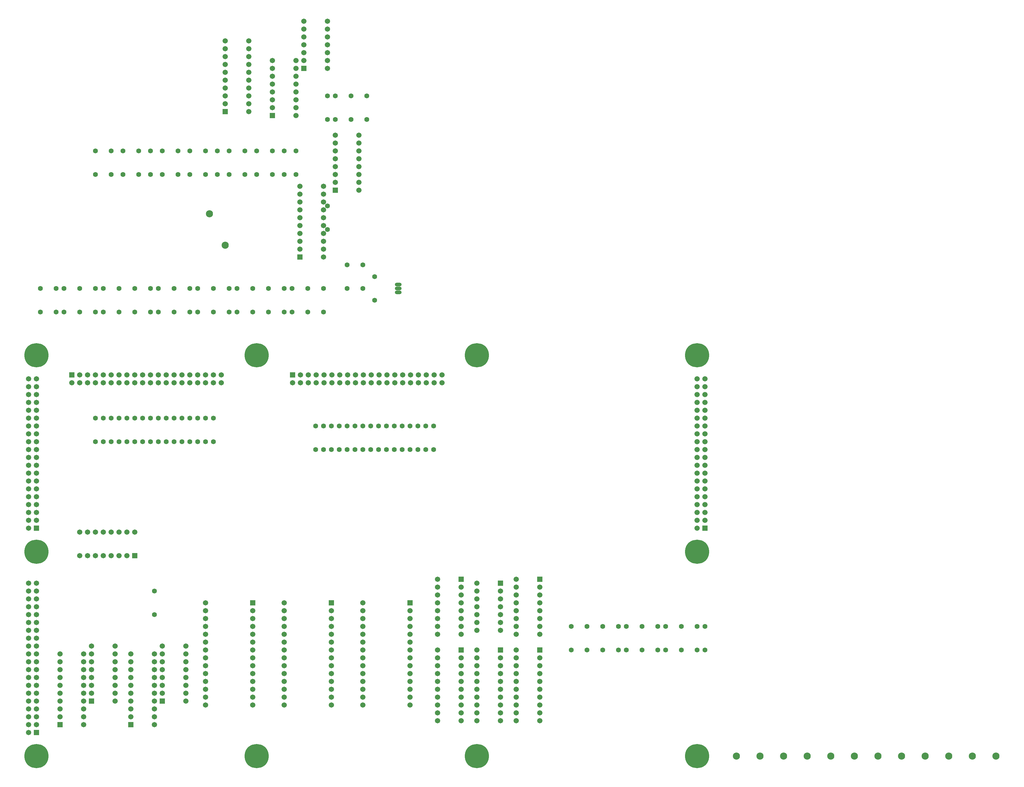
<source format=gts>
G04*
G04 #@! TF.GenerationSoftware,Altium Limited,Altium Designer,21.9.1 (22)*
G04*
G04 Layer_Color=8388736*
%FSLAX25Y25*%
%MOIN*%
G70*
G04*
G04 #@! TF.SameCoordinates,96388F34-ED53-4079-84C0-77210EF012B4*
G04*
G04*
G04 #@! TF.FilePolarity,Negative*
G04*
G01*
G75*
%ADD14C,0.09068*%
%ADD15C,0.06312*%
%ADD16R,0.06706X0.06706*%
%ADD17C,0.06706*%
%ADD18O,0.08674X0.04737*%
%ADD19O,0.08674X0.04737*%
%ADD20C,0.06706*%
%ADD21R,0.06706X0.06706*%
%ADD22R,0.06706X0.06706*%
%ADD23C,0.30800*%
%ADD24R,0.06706X0.06706*%
D14*
X360000Y770000D02*
D03*
X340000Y810000D02*
D03*
X1100000Y120000D02*
D03*
X1070000D02*
D03*
X1010000D02*
D03*
X1040000D02*
D03*
X1160000D02*
D03*
X1130000D02*
D03*
X1190000D02*
D03*
X1220000D02*
D03*
X1250000D02*
D03*
X1280000D02*
D03*
X1310000D02*
D03*
X1340000D02*
D03*
D15*
X345000Y685000D02*
D03*
Y715000D02*
D03*
X315000Y685000D02*
D03*
Y715000D02*
D03*
X325000Y685000D02*
D03*
Y715000D02*
D03*
X365000Y685000D02*
D03*
Y715000D02*
D03*
X375000Y685000D02*
D03*
Y715000D02*
D03*
X395000Y685000D02*
D03*
Y715000D02*
D03*
X415000Y685000D02*
D03*
Y715000D02*
D03*
X435000Y685000D02*
D03*
Y715000D02*
D03*
X445000Y685000D02*
D03*
Y715000D02*
D03*
X465000Y685000D02*
D03*
Y715000D02*
D03*
X485000Y685000D02*
D03*
Y715000D02*
D03*
X145000Y685000D02*
D03*
Y715000D02*
D03*
X175000Y685000D02*
D03*
Y715000D02*
D03*
X155000Y685000D02*
D03*
Y715000D02*
D03*
X125000Y685000D02*
D03*
Y715000D02*
D03*
X195000Y685000D02*
D03*
Y715000D02*
D03*
X225000Y685000D02*
D03*
Y715000D02*
D03*
X245000Y685000D02*
D03*
Y715000D02*
D03*
X265000Y685000D02*
D03*
Y715000D02*
D03*
X275000Y685000D02*
D03*
Y715000D02*
D03*
X205000Y685000D02*
D03*
Y715000D02*
D03*
X295000Y685000D02*
D03*
Y715000D02*
D03*
X420000Y890000D02*
D03*
Y860000D02*
D03*
X195000Y890000D02*
D03*
Y860000D02*
D03*
X230000Y890000D02*
D03*
Y860000D02*
D03*
X250000Y890000D02*
D03*
Y860000D02*
D03*
X265000Y890000D02*
D03*
Y860000D02*
D03*
X300000Y890000D02*
D03*
Y860000D02*
D03*
X315000Y890000D02*
D03*
Y860000D02*
D03*
X335000Y890000D02*
D03*
Y860000D02*
D03*
X350000Y890000D02*
D03*
Y860000D02*
D03*
X365000Y890000D02*
D03*
Y860000D02*
D03*
X280000Y890000D02*
D03*
Y860000D02*
D03*
X215000Y890000D02*
D03*
Y860000D02*
D03*
X400000Y890000D02*
D03*
Y860000D02*
D03*
X385000Y890000D02*
D03*
Y860000D02*
D03*
X520000Y930000D02*
D03*
Y960000D02*
D03*
X540000Y930000D02*
D03*
Y960000D02*
D03*
X500000Y930000D02*
D03*
Y960000D02*
D03*
X490000Y930000D02*
D03*
Y960000D02*
D03*
X550000Y730000D02*
D03*
Y700000D02*
D03*
X535000Y715000D02*
D03*
Y745000D02*
D03*
X515000D02*
D03*
Y715000D02*
D03*
X490000Y820000D02*
D03*
Y790000D02*
D03*
X435000Y890000D02*
D03*
Y860000D02*
D03*
X450000Y890000D02*
D03*
Y860000D02*
D03*
X270000Y300000D02*
D03*
Y330000D02*
D03*
X565000Y510000D02*
D03*
Y540000D02*
D03*
X555000Y510000D02*
D03*
Y540000D02*
D03*
X575000Y510000D02*
D03*
Y540000D02*
D03*
X475000Y510000D02*
D03*
Y540000D02*
D03*
X485000Y510000D02*
D03*
Y540000D02*
D03*
X625000Y510000D02*
D03*
Y540000D02*
D03*
X505000Y510000D02*
D03*
Y540000D02*
D03*
X515000Y510000D02*
D03*
Y540000D02*
D03*
X495000Y510000D02*
D03*
Y540000D02*
D03*
X535000Y510000D02*
D03*
Y540000D02*
D03*
X545000Y510000D02*
D03*
Y540000D02*
D03*
X525000Y510000D02*
D03*
Y540000D02*
D03*
X605000Y510000D02*
D03*
Y540000D02*
D03*
X615000Y510000D02*
D03*
Y540000D02*
D03*
X595000Y510000D02*
D03*
Y540000D02*
D03*
X585000Y510000D02*
D03*
Y540000D02*
D03*
X205000Y520000D02*
D03*
Y550000D02*
D03*
X215000Y520000D02*
D03*
Y550000D02*
D03*
X225000Y520000D02*
D03*
Y550000D02*
D03*
X235000Y520000D02*
D03*
Y550000D02*
D03*
X265000Y520000D02*
D03*
Y550000D02*
D03*
X275000Y520000D02*
D03*
Y550000D02*
D03*
X285000Y520000D02*
D03*
Y550000D02*
D03*
X295000Y520000D02*
D03*
Y550000D02*
D03*
X195000Y520000D02*
D03*
Y550000D02*
D03*
X245000Y520000D02*
D03*
Y550000D02*
D03*
X255000Y520000D02*
D03*
Y550000D02*
D03*
X305000Y520000D02*
D03*
Y550000D02*
D03*
X325000Y520000D02*
D03*
Y550000D02*
D03*
X335000Y520000D02*
D03*
Y550000D02*
D03*
X315000Y520000D02*
D03*
Y550000D02*
D03*
X345000Y520000D02*
D03*
Y550000D02*
D03*
X970000Y285000D02*
D03*
Y255000D02*
D03*
X960000Y285000D02*
D03*
Y255000D02*
D03*
X940000Y285000D02*
D03*
Y255000D02*
D03*
X920000Y285000D02*
D03*
Y255000D02*
D03*
X910000Y285000D02*
D03*
Y255000D02*
D03*
X890000Y285000D02*
D03*
Y255000D02*
D03*
X870000Y285000D02*
D03*
Y255000D02*
D03*
X860000Y285000D02*
D03*
Y255000D02*
D03*
X840000Y285000D02*
D03*
Y255000D02*
D03*
X820000Y285000D02*
D03*
Y255000D02*
D03*
X800000Y285000D02*
D03*
Y255000D02*
D03*
D16*
X500000Y840000D02*
D03*
X420000Y935000D02*
D03*
X360000Y940000D02*
D03*
X455000Y755000D02*
D03*
X460000Y995000D02*
D03*
X190000Y190000D02*
D03*
X280000D02*
D03*
X240000Y160000D02*
D03*
X150000D02*
D03*
X760000Y345000D02*
D03*
X710000Y340000D02*
D03*
X660000Y345000D02*
D03*
Y255000D02*
D03*
X710000D02*
D03*
X760000D02*
D03*
X495000Y315000D02*
D03*
X395000D02*
D03*
X595000D02*
D03*
D17*
X500000Y850000D02*
D03*
Y860000D02*
D03*
Y870000D02*
D03*
Y880000D02*
D03*
Y890000D02*
D03*
Y900000D02*
D03*
Y910000D02*
D03*
X530000Y840000D02*
D03*
Y850000D02*
D03*
Y860000D02*
D03*
Y870000D02*
D03*
Y880000D02*
D03*
Y890000D02*
D03*
Y900000D02*
D03*
Y910000D02*
D03*
X450000Y1005000D02*
D03*
Y995000D02*
D03*
Y985000D02*
D03*
Y975000D02*
D03*
Y965000D02*
D03*
Y955000D02*
D03*
Y945000D02*
D03*
Y935000D02*
D03*
X420000Y1005000D02*
D03*
Y995000D02*
D03*
Y985000D02*
D03*
Y975000D02*
D03*
Y965000D02*
D03*
Y955000D02*
D03*
Y945000D02*
D03*
X360000Y950000D02*
D03*
Y960000D02*
D03*
Y970000D02*
D03*
Y980000D02*
D03*
Y990000D02*
D03*
Y1000000D02*
D03*
Y1010000D02*
D03*
Y1020000D02*
D03*
Y1030000D02*
D03*
X390000Y940000D02*
D03*
Y960000D02*
D03*
Y970000D02*
D03*
Y980000D02*
D03*
Y990000D02*
D03*
Y1000000D02*
D03*
Y1010000D02*
D03*
Y1020000D02*
D03*
Y1030000D02*
D03*
X485000Y845000D02*
D03*
Y835000D02*
D03*
Y825000D02*
D03*
Y815000D02*
D03*
Y805000D02*
D03*
Y795000D02*
D03*
Y785000D02*
D03*
Y775000D02*
D03*
Y755000D02*
D03*
X455000Y845000D02*
D03*
Y835000D02*
D03*
Y825000D02*
D03*
Y815000D02*
D03*
Y805000D02*
D03*
Y795000D02*
D03*
Y785000D02*
D03*
Y775000D02*
D03*
Y765000D02*
D03*
X460000Y1005000D02*
D03*
Y1015000D02*
D03*
Y1025000D02*
D03*
Y1035000D02*
D03*
Y1045000D02*
D03*
Y1055000D02*
D03*
X490000Y995000D02*
D03*
Y1005000D02*
D03*
Y1015000D02*
D03*
Y1025000D02*
D03*
Y1035000D02*
D03*
Y1045000D02*
D03*
Y1055000D02*
D03*
X220000Y260000D02*
D03*
Y250000D02*
D03*
Y240000D02*
D03*
Y230000D02*
D03*
Y220000D02*
D03*
Y210000D02*
D03*
Y200000D02*
D03*
Y190000D02*
D03*
X190000Y260000D02*
D03*
Y250000D02*
D03*
Y240000D02*
D03*
Y230000D02*
D03*
Y220000D02*
D03*
Y210000D02*
D03*
Y200000D02*
D03*
X310000Y260000D02*
D03*
Y250000D02*
D03*
Y240000D02*
D03*
Y230000D02*
D03*
Y220000D02*
D03*
Y210000D02*
D03*
Y200000D02*
D03*
Y190000D02*
D03*
X280000Y260000D02*
D03*
Y250000D02*
D03*
Y240000D02*
D03*
Y230000D02*
D03*
Y220000D02*
D03*
Y210000D02*
D03*
Y200000D02*
D03*
X240000Y170000D02*
D03*
Y180000D02*
D03*
Y190000D02*
D03*
Y200000D02*
D03*
Y210000D02*
D03*
Y220000D02*
D03*
Y230000D02*
D03*
Y240000D02*
D03*
Y250000D02*
D03*
X270000Y160000D02*
D03*
Y180000D02*
D03*
Y190000D02*
D03*
Y200000D02*
D03*
Y210000D02*
D03*
Y220000D02*
D03*
Y230000D02*
D03*
Y240000D02*
D03*
Y250000D02*
D03*
X150000Y170000D02*
D03*
Y180000D02*
D03*
Y190000D02*
D03*
Y200000D02*
D03*
Y210000D02*
D03*
Y220000D02*
D03*
Y230000D02*
D03*
Y240000D02*
D03*
Y250000D02*
D03*
X180000Y160000D02*
D03*
Y180000D02*
D03*
Y190000D02*
D03*
Y200000D02*
D03*
Y210000D02*
D03*
Y220000D02*
D03*
Y230000D02*
D03*
Y240000D02*
D03*
Y250000D02*
D03*
X730000Y275000D02*
D03*
Y285000D02*
D03*
Y295000D02*
D03*
Y305000D02*
D03*
Y315000D02*
D03*
Y325000D02*
D03*
Y335000D02*
D03*
Y345000D02*
D03*
X760000Y275000D02*
D03*
Y285000D02*
D03*
Y295000D02*
D03*
Y305000D02*
D03*
Y315000D02*
D03*
Y325000D02*
D03*
Y335000D02*
D03*
X175000Y405000D02*
D03*
X185000D02*
D03*
X195000D02*
D03*
X205000D02*
D03*
X215000D02*
D03*
X225000D02*
D03*
X235000D02*
D03*
X245000D02*
D03*
X175000Y375000D02*
D03*
X185000D02*
D03*
X195000D02*
D03*
X205000D02*
D03*
X215000D02*
D03*
X225000D02*
D03*
X235000D02*
D03*
X710000Y330000D02*
D03*
Y320000D02*
D03*
Y310000D02*
D03*
Y300000D02*
D03*
Y290000D02*
D03*
Y280000D02*
D03*
X680000Y340000D02*
D03*
Y330000D02*
D03*
Y320000D02*
D03*
Y310000D02*
D03*
Y300000D02*
D03*
Y290000D02*
D03*
Y280000D02*
D03*
X630000Y275000D02*
D03*
Y285000D02*
D03*
Y295000D02*
D03*
Y305000D02*
D03*
Y315000D02*
D03*
Y325000D02*
D03*
Y335000D02*
D03*
Y345000D02*
D03*
X660000Y275000D02*
D03*
Y285000D02*
D03*
Y295000D02*
D03*
Y305000D02*
D03*
Y315000D02*
D03*
Y325000D02*
D03*
Y335000D02*
D03*
Y245000D02*
D03*
Y235000D02*
D03*
Y225000D02*
D03*
Y215000D02*
D03*
Y205000D02*
D03*
Y195000D02*
D03*
Y185000D02*
D03*
Y175000D02*
D03*
Y165000D02*
D03*
X630000Y255000D02*
D03*
Y235000D02*
D03*
Y225000D02*
D03*
Y215000D02*
D03*
Y205000D02*
D03*
Y195000D02*
D03*
Y185000D02*
D03*
Y175000D02*
D03*
Y165000D02*
D03*
X710000Y245000D02*
D03*
Y235000D02*
D03*
Y225000D02*
D03*
Y215000D02*
D03*
Y205000D02*
D03*
Y195000D02*
D03*
Y185000D02*
D03*
Y175000D02*
D03*
Y165000D02*
D03*
X680000Y255000D02*
D03*
Y235000D02*
D03*
Y225000D02*
D03*
Y215000D02*
D03*
Y205000D02*
D03*
Y195000D02*
D03*
Y185000D02*
D03*
Y175000D02*
D03*
Y165000D02*
D03*
X760000Y245000D02*
D03*
Y235000D02*
D03*
Y225000D02*
D03*
Y215000D02*
D03*
Y205000D02*
D03*
Y195000D02*
D03*
Y185000D02*
D03*
Y175000D02*
D03*
Y165000D02*
D03*
X730000Y255000D02*
D03*
Y235000D02*
D03*
Y225000D02*
D03*
Y215000D02*
D03*
Y205000D02*
D03*
Y195000D02*
D03*
Y185000D02*
D03*
Y175000D02*
D03*
Y165000D02*
D03*
X435000Y185000D02*
D03*
Y195000D02*
D03*
Y205000D02*
D03*
Y215000D02*
D03*
Y225000D02*
D03*
Y235000D02*
D03*
Y245000D02*
D03*
Y255000D02*
D03*
Y265000D02*
D03*
Y275000D02*
D03*
Y285000D02*
D03*
Y295000D02*
D03*
Y305000D02*
D03*
Y315000D02*
D03*
X495000Y185000D02*
D03*
Y195000D02*
D03*
Y205000D02*
D03*
Y215000D02*
D03*
Y225000D02*
D03*
Y235000D02*
D03*
Y245000D02*
D03*
Y255000D02*
D03*
Y265000D02*
D03*
Y275000D02*
D03*
Y285000D02*
D03*
Y295000D02*
D03*
Y305000D02*
D03*
X335000Y185000D02*
D03*
Y195000D02*
D03*
Y205000D02*
D03*
Y215000D02*
D03*
Y225000D02*
D03*
Y235000D02*
D03*
Y245000D02*
D03*
Y255000D02*
D03*
Y265000D02*
D03*
Y275000D02*
D03*
Y285000D02*
D03*
Y295000D02*
D03*
Y305000D02*
D03*
Y315000D02*
D03*
X395000Y185000D02*
D03*
Y195000D02*
D03*
Y205000D02*
D03*
Y215000D02*
D03*
Y225000D02*
D03*
Y235000D02*
D03*
Y245000D02*
D03*
Y255000D02*
D03*
Y265000D02*
D03*
Y275000D02*
D03*
Y285000D02*
D03*
Y295000D02*
D03*
Y305000D02*
D03*
X535000Y185000D02*
D03*
Y195000D02*
D03*
Y205000D02*
D03*
Y215000D02*
D03*
Y225000D02*
D03*
Y235000D02*
D03*
Y245000D02*
D03*
Y255000D02*
D03*
Y265000D02*
D03*
Y275000D02*
D03*
Y285000D02*
D03*
Y295000D02*
D03*
Y305000D02*
D03*
Y315000D02*
D03*
X595000Y185000D02*
D03*
Y195000D02*
D03*
Y205000D02*
D03*
Y215000D02*
D03*
Y225000D02*
D03*
Y235000D02*
D03*
Y245000D02*
D03*
Y255000D02*
D03*
Y265000D02*
D03*
Y275000D02*
D03*
Y285000D02*
D03*
Y295000D02*
D03*
Y305000D02*
D03*
D18*
X580000Y720000D02*
D03*
Y710000D02*
D03*
D19*
Y715000D02*
D03*
D20*
X390000Y950000D02*
D03*
X485000Y765000D02*
D03*
X270000Y170000D02*
D03*
X180000D02*
D03*
X630000Y245000D02*
D03*
X680000D02*
D03*
X730000D02*
D03*
X635501Y595000D02*
D03*
Y605000D02*
D03*
X625501Y595000D02*
D03*
Y605000D02*
D03*
X615501Y595000D02*
D03*
Y605000D02*
D03*
X605501Y595000D02*
D03*
Y605000D02*
D03*
X595501Y595000D02*
D03*
Y605000D02*
D03*
X585501Y595000D02*
D03*
Y605000D02*
D03*
X575501Y595000D02*
D03*
Y605000D02*
D03*
X565501Y595000D02*
D03*
Y605000D02*
D03*
X555501Y595000D02*
D03*
Y605000D02*
D03*
X545501Y595000D02*
D03*
Y605000D02*
D03*
X535501Y595000D02*
D03*
Y605000D02*
D03*
X525501Y595000D02*
D03*
Y605000D02*
D03*
X515501Y595000D02*
D03*
Y605000D02*
D03*
X505501Y595000D02*
D03*
Y605000D02*
D03*
X495501Y595000D02*
D03*
Y605000D02*
D03*
X485501Y595000D02*
D03*
Y605000D02*
D03*
X475501Y595000D02*
D03*
Y605000D02*
D03*
X465501Y595000D02*
D03*
Y605000D02*
D03*
X455501Y595000D02*
D03*
Y605000D02*
D03*
X445501Y595000D02*
D03*
X165000D02*
D03*
X175000Y605000D02*
D03*
Y595000D02*
D03*
X185000Y605000D02*
D03*
Y595000D02*
D03*
X195000Y605000D02*
D03*
Y595000D02*
D03*
X205000Y605000D02*
D03*
Y595000D02*
D03*
X215000Y605000D02*
D03*
Y595000D02*
D03*
X225000Y605000D02*
D03*
Y595000D02*
D03*
X235000Y605000D02*
D03*
Y595000D02*
D03*
X245000Y605000D02*
D03*
Y595000D02*
D03*
X255000Y605000D02*
D03*
Y595000D02*
D03*
X265000Y605000D02*
D03*
Y595000D02*
D03*
X275000Y605000D02*
D03*
Y595000D02*
D03*
X285000Y605000D02*
D03*
Y595000D02*
D03*
X295000Y605000D02*
D03*
Y595000D02*
D03*
X305000Y605000D02*
D03*
Y595000D02*
D03*
X315000Y605000D02*
D03*
Y595000D02*
D03*
X325000Y605000D02*
D03*
Y595000D02*
D03*
X335000Y605000D02*
D03*
Y595000D02*
D03*
X345000Y605000D02*
D03*
Y595000D02*
D03*
X355000Y605000D02*
D03*
Y595000D02*
D03*
X110000Y600000D02*
D03*
X120000D02*
D03*
X110000Y590000D02*
D03*
X120000D02*
D03*
X110000Y580000D02*
D03*
X120000D02*
D03*
X110000Y570000D02*
D03*
X120000D02*
D03*
X110000Y560000D02*
D03*
X120000D02*
D03*
X110000Y550000D02*
D03*
X120000D02*
D03*
X110000Y540000D02*
D03*
X120000D02*
D03*
X110000Y530000D02*
D03*
X120000D02*
D03*
X110000Y520000D02*
D03*
X120000D02*
D03*
X110000Y510000D02*
D03*
X120000D02*
D03*
X110000Y500000D02*
D03*
X120000D02*
D03*
X110000Y490000D02*
D03*
X120000D02*
D03*
X110000Y480000D02*
D03*
X120000D02*
D03*
X110000Y470000D02*
D03*
X120000D02*
D03*
X110000Y460000D02*
D03*
X120000D02*
D03*
X110000Y450000D02*
D03*
X120000D02*
D03*
X110000Y440000D02*
D03*
X120000D02*
D03*
X110000Y430000D02*
D03*
X120000D02*
D03*
X110000Y420000D02*
D03*
X120000D02*
D03*
X110000Y410000D02*
D03*
X960000Y600000D02*
D03*
X970000D02*
D03*
X960000Y590000D02*
D03*
X970000D02*
D03*
X960000Y580000D02*
D03*
X970000D02*
D03*
X960000Y570000D02*
D03*
X970000D02*
D03*
X960000Y560000D02*
D03*
X970000D02*
D03*
X960000Y550000D02*
D03*
X970000D02*
D03*
X960000Y540000D02*
D03*
X970000D02*
D03*
X960000Y530000D02*
D03*
X970000D02*
D03*
X960000Y520000D02*
D03*
X970000D02*
D03*
X960000Y510000D02*
D03*
X970000D02*
D03*
X960000Y500000D02*
D03*
X970000D02*
D03*
X960000Y490000D02*
D03*
X970000D02*
D03*
X960000Y480000D02*
D03*
X970000D02*
D03*
X960000Y470000D02*
D03*
X970000D02*
D03*
X960000Y460000D02*
D03*
X970000D02*
D03*
X960000Y450000D02*
D03*
X970000D02*
D03*
X960000Y440000D02*
D03*
X970000D02*
D03*
X960000Y430000D02*
D03*
X970000D02*
D03*
X960000Y420000D02*
D03*
X970000D02*
D03*
X960000Y410000D02*
D03*
X110000Y340000D02*
D03*
X120000D02*
D03*
X110000Y330000D02*
D03*
X120000D02*
D03*
X110000Y320000D02*
D03*
X120000D02*
D03*
X110000Y310000D02*
D03*
X120000D02*
D03*
X110000Y300000D02*
D03*
X120000D02*
D03*
X110000Y290000D02*
D03*
X120000D02*
D03*
X110000Y280000D02*
D03*
X120000D02*
D03*
X110000Y270000D02*
D03*
X120000D02*
D03*
X110000Y260000D02*
D03*
X120000D02*
D03*
X110000Y250000D02*
D03*
X120000D02*
D03*
X110000Y240000D02*
D03*
X120000D02*
D03*
X110000Y230000D02*
D03*
X120000D02*
D03*
X110000Y220000D02*
D03*
X120000D02*
D03*
X110000Y210000D02*
D03*
X120000D02*
D03*
X110000Y200000D02*
D03*
X120000D02*
D03*
X110000Y190000D02*
D03*
X120000D02*
D03*
X110000Y180000D02*
D03*
X120000D02*
D03*
X110000Y170000D02*
D03*
X120000D02*
D03*
X110000Y160000D02*
D03*
X120000D02*
D03*
X110000Y150000D02*
D03*
D21*
X245000Y375000D02*
D03*
D22*
X445501Y605000D02*
D03*
X165000D02*
D03*
D23*
X960000Y380000D02*
D03*
Y630000D02*
D03*
X680000D02*
D03*
X960000Y120000D02*
D03*
X400000D02*
D03*
X120000D02*
D03*
Y630000D02*
D03*
X680000Y120000D02*
D03*
X400000Y630000D02*
D03*
X120000Y380000D02*
D03*
D24*
Y410000D02*
D03*
X970000D02*
D03*
X120000Y150000D02*
D03*
M02*

</source>
